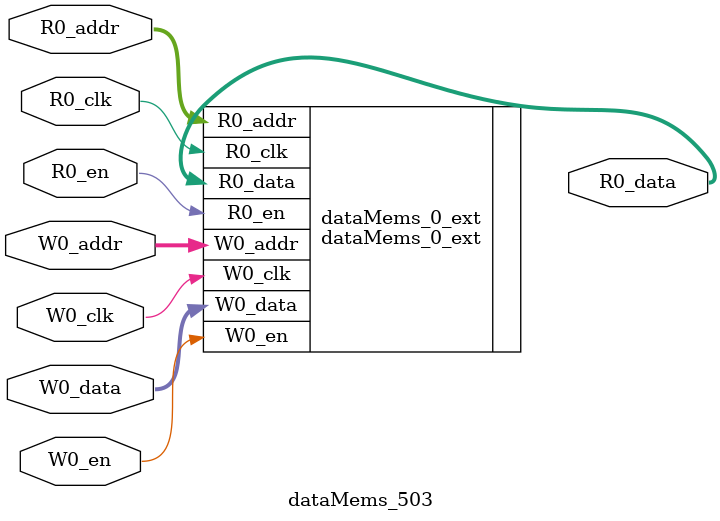
<source format=sv>
`ifndef RANDOMIZE
  `ifdef RANDOMIZE_REG_INIT
    `define RANDOMIZE
  `endif // RANDOMIZE_REG_INIT
`endif // not def RANDOMIZE
`ifndef RANDOMIZE
  `ifdef RANDOMIZE_MEM_INIT
    `define RANDOMIZE
  `endif // RANDOMIZE_MEM_INIT
`endif // not def RANDOMIZE

`ifndef RANDOM
  `define RANDOM $random
`endif // not def RANDOM

// Users can define 'PRINTF_COND' to add an extra gate to prints.
`ifndef PRINTF_COND_
  `ifdef PRINTF_COND
    `define PRINTF_COND_ (`PRINTF_COND)
  `else  // PRINTF_COND
    `define PRINTF_COND_ 1
  `endif // PRINTF_COND
`endif // not def PRINTF_COND_

// Users can define 'ASSERT_VERBOSE_COND' to add an extra gate to assert error printing.
`ifndef ASSERT_VERBOSE_COND_
  `ifdef ASSERT_VERBOSE_COND
    `define ASSERT_VERBOSE_COND_ (`ASSERT_VERBOSE_COND)
  `else  // ASSERT_VERBOSE_COND
    `define ASSERT_VERBOSE_COND_ 1
  `endif // ASSERT_VERBOSE_COND
`endif // not def ASSERT_VERBOSE_COND_

// Users can define 'STOP_COND' to add an extra gate to stop conditions.
`ifndef STOP_COND_
  `ifdef STOP_COND
    `define STOP_COND_ (`STOP_COND)
  `else  // STOP_COND
    `define STOP_COND_ 1
  `endif // STOP_COND
`endif // not def STOP_COND_

// Users can define INIT_RANDOM as general code that gets injected into the
// initializer block for modules with registers.
`ifndef INIT_RANDOM
  `define INIT_RANDOM
`endif // not def INIT_RANDOM

// If using random initialization, you can also define RANDOMIZE_DELAY to
// customize the delay used, otherwise 0.002 is used.
`ifndef RANDOMIZE_DELAY
  `define RANDOMIZE_DELAY 0.002
`endif // not def RANDOMIZE_DELAY

// Define INIT_RANDOM_PROLOG_ for use in our modules below.
`ifndef INIT_RANDOM_PROLOG_
  `ifdef RANDOMIZE
    `ifdef VERILATOR
      `define INIT_RANDOM_PROLOG_ `INIT_RANDOM
    `else  // VERILATOR
      `define INIT_RANDOM_PROLOG_ `INIT_RANDOM #`RANDOMIZE_DELAY begin end
    `endif // VERILATOR
  `else  // RANDOMIZE
    `define INIT_RANDOM_PROLOG_
  `endif // RANDOMIZE
`endif // not def INIT_RANDOM_PROLOG_

// Include register initializers in init blocks unless synthesis is set
`ifndef SYNTHESIS
  `ifndef ENABLE_INITIAL_REG_
    `define ENABLE_INITIAL_REG_
  `endif // not def ENABLE_INITIAL_REG_
`endif // not def SYNTHESIS

// Include rmemory initializers in init blocks unless synthesis is set
`ifndef SYNTHESIS
  `ifndef ENABLE_INITIAL_MEM_
    `define ENABLE_INITIAL_MEM_
  `endif // not def ENABLE_INITIAL_MEM_
`endif // not def SYNTHESIS

module dataMems_503(	// @[generators/ara/src/main/scala/UnsafeAXI4ToTL.scala:365:62]
  input  [4:0]  R0_addr,
  input         R0_en,
  input         R0_clk,
  output [66:0] R0_data,
  input  [4:0]  W0_addr,
  input         W0_en,
  input         W0_clk,
  input  [66:0] W0_data
);

  dataMems_0_ext dataMems_0_ext (	// @[generators/ara/src/main/scala/UnsafeAXI4ToTL.scala:365:62]
    .R0_addr (R0_addr),
    .R0_en   (R0_en),
    .R0_clk  (R0_clk),
    .R0_data (R0_data),
    .W0_addr (W0_addr),
    .W0_en   (W0_en),
    .W0_clk  (W0_clk),
    .W0_data (W0_data)
  );
endmodule


</source>
